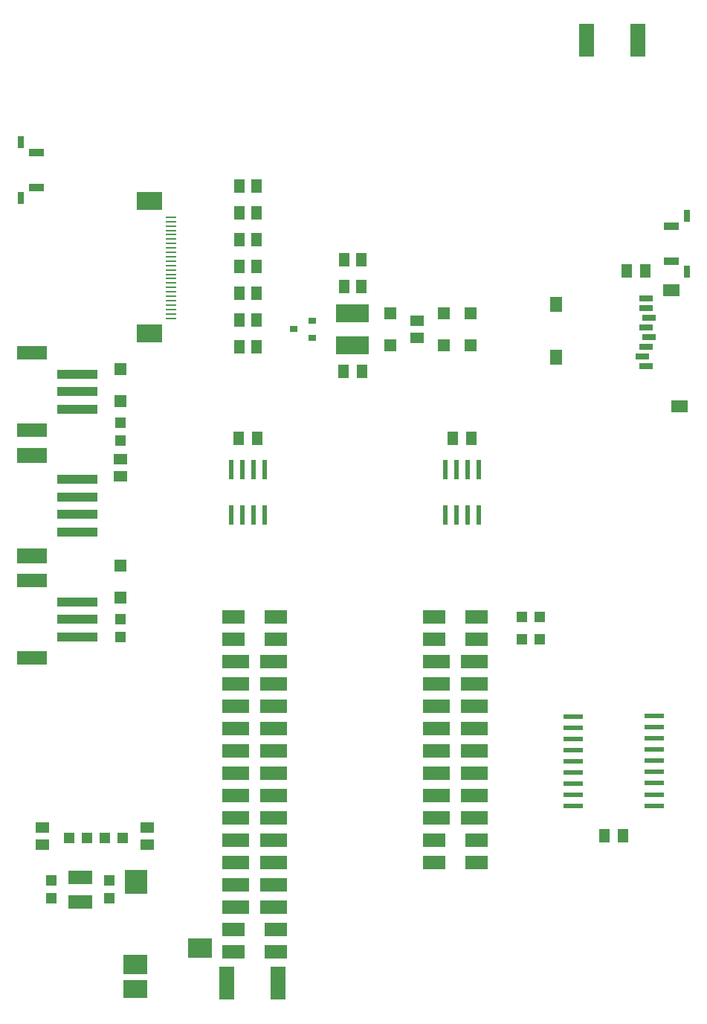
<source format=gbr>
G04 EAGLE Gerber RS-274X export*
G75*
%MOMM*%
%FSLAX34Y34*%
%LPD*%
%INSolderpaste Bottom*%
%IPPOS*%
%AMOC8*
5,1,8,0,0,1.08239X$1,22.5*%
G01*
%ADD10R,1.250000X0.275000*%
%ADD11R,3.000000X2.000000*%
%ADD12R,2.540000X1.524000*%
%ADD13R,3.048000X1.524000*%
%ADD14R,1.900000X1.400000*%
%ADD15R,1.400000X1.800000*%
%ADD16R,1.500000X0.700000*%
%ADD17R,1.240000X1.500000*%
%ADD18R,4.600000X1.000000*%
%ADD19R,3.400000X1.700000*%
%ADD20R,1.500000X1.240000*%
%ADD21R,3.400000X1.600000*%
%ADD22R,1.300000X1.200000*%
%ADD23R,1.400000X1.400000*%
%ADD24R,2.700000X1.600000*%
%ADD25R,1.200000X1.300000*%
%ADD26R,1.200000X1.500000*%
%ADD27R,0.900000X0.800000*%
%ADD28R,1.778000X0.900000*%
%ADD29R,0.800000X1.450000*%
%ADD30R,1.500000X1.300000*%
%ADD31R,2.200000X0.600000*%
%ADD32R,0.600000X2.200000*%
%ADD33R,2.800000X2.000000*%
%ADD34R,2.600000X2.800000*%
%ADD35R,2.800000X2.200000*%
%ADD36R,1.700000X3.700000*%
%ADD37R,3.700000X2.000000*%


D10*
X176532Y899634D03*
X176532Y894634D03*
X176532Y889634D03*
X176532Y884634D03*
X176532Y879634D03*
X176532Y874634D03*
X176532Y869634D03*
X176532Y864634D03*
X176532Y859634D03*
X176532Y854634D03*
X176532Y849634D03*
X176532Y844634D03*
X176532Y839634D03*
X176532Y834634D03*
X176532Y829634D03*
X176532Y824634D03*
X176532Y819634D03*
X176532Y814634D03*
X176532Y809634D03*
X176532Y804634D03*
X176532Y799634D03*
X176532Y794634D03*
X176532Y789634D03*
X176532Y784634D03*
D11*
X151932Y918134D03*
X151932Y767034D03*
D12*
X295910Y63500D03*
X247650Y63500D03*
X295910Y88900D03*
X247650Y88900D03*
D13*
X293370Y114300D03*
X250190Y114300D03*
X293370Y139700D03*
X250190Y139700D03*
X293370Y165100D03*
X250190Y165100D03*
X293370Y190500D03*
X250190Y190500D03*
X293370Y215900D03*
X250190Y215900D03*
X293370Y241300D03*
X250190Y241300D03*
X293370Y266700D03*
X250190Y266700D03*
X293370Y292100D03*
X250190Y292100D03*
X293370Y317500D03*
X250190Y317500D03*
X293370Y342900D03*
X250190Y342900D03*
X293370Y368300D03*
X250190Y368300D03*
X293370Y393700D03*
X250190Y393700D03*
D12*
X295910Y419100D03*
X247650Y419100D03*
X295910Y444500D03*
X247650Y444500D03*
X476250Y444500D03*
X524510Y444500D03*
X476250Y419100D03*
X524510Y419100D03*
D13*
X478790Y393700D03*
X521970Y393700D03*
X478790Y368300D03*
X521970Y368300D03*
X478790Y342900D03*
X521970Y342900D03*
X478790Y317500D03*
X521970Y317500D03*
X478790Y292100D03*
X521970Y292100D03*
X478790Y266700D03*
X521970Y266700D03*
X478790Y241300D03*
X521970Y241300D03*
X478790Y215900D03*
X521970Y215900D03*
D12*
X476250Y190500D03*
X524510Y190500D03*
X476250Y165100D03*
X524510Y165100D03*
D14*
X746270Y816420D03*
X755270Y684420D03*
D15*
X615270Y800420D03*
X615270Y740420D03*
D16*
X717270Y807420D03*
X717270Y796420D03*
X721270Y785420D03*
X717270Y774420D03*
X721270Y763420D03*
X717270Y752420D03*
X713270Y741420D03*
X717270Y730420D03*
D17*
X273660Y782320D03*
X254660Y782320D03*
X273660Y812800D03*
X254660Y812800D03*
X273660Y751840D03*
X254660Y751840D03*
X273660Y843280D03*
X254660Y843280D03*
X273660Y873760D03*
X254660Y873760D03*
X273660Y904240D03*
X254660Y904240D03*
X273660Y934720D03*
X254660Y934720D03*
D18*
X70020Y601500D03*
X70020Y581500D03*
D19*
X18020Y628500D03*
X18020Y514500D03*
D18*
X70020Y561500D03*
X70020Y541500D03*
D20*
X119380Y605180D03*
X119380Y624180D03*
D18*
X70180Y461960D03*
X70180Y441960D03*
D21*
X18180Y485960D03*
X18180Y397960D03*
D18*
X70180Y421960D03*
D22*
X119380Y421640D03*
X119380Y441960D03*
D23*
X119380Y503640D03*
X119380Y466640D03*
D24*
X73660Y148620D03*
X73660Y120620D03*
D22*
X40640Y124460D03*
X40640Y144780D03*
X106680Y124460D03*
X106680Y144780D03*
D25*
X121920Y193040D03*
X101600Y193040D03*
X81280Y193040D03*
X60960Y193040D03*
D17*
X393040Y820420D03*
X374040Y820420D03*
X393040Y850900D03*
X374040Y850900D03*
D23*
X518160Y790660D03*
X518160Y753660D03*
X487680Y790660D03*
X487680Y753660D03*
D20*
X457200Y762660D03*
X457200Y781660D03*
D23*
X426720Y790660D03*
X426720Y753660D03*
D26*
X394040Y723900D03*
X373040Y723900D03*
D27*
X337660Y781660D03*
X337660Y762660D03*
X316660Y772160D03*
D28*
X22956Y933400D03*
X22956Y973400D03*
D29*
X5416Y921900D03*
X5416Y984900D03*
D25*
X596900Y419100D03*
X576580Y419100D03*
X596900Y444500D03*
X576580Y444500D03*
D30*
X30480Y205080D03*
X30480Y186080D03*
X149860Y186080D03*
X149860Y205080D03*
D18*
X70180Y721040D03*
X70180Y701040D03*
D21*
X18180Y745040D03*
X18180Y657040D03*
D18*
X70180Y681040D03*
D22*
X119380Y645160D03*
X119380Y665480D03*
D23*
X119380Y727160D03*
X119380Y690160D03*
D31*
X634720Y242570D03*
X726720Y293970D03*
X634720Y229870D03*
X634720Y255270D03*
X634720Y267970D03*
X726720Y281270D03*
X726720Y306670D03*
X726720Y319370D03*
X634720Y293370D03*
X634720Y280670D03*
X634720Y306070D03*
X634720Y318770D03*
X726720Y268570D03*
X726720Y255870D03*
X726720Y242870D03*
X726720Y229870D03*
X634720Y331470D03*
X726720Y332070D03*
D32*
X270510Y560740D03*
X270510Y612740D03*
X283210Y560740D03*
X257810Y560740D03*
X245110Y560740D03*
X283210Y612740D03*
X257810Y612740D03*
X245110Y612740D03*
D26*
X274660Y647700D03*
X253660Y647700D03*
X716620Y838200D03*
X695620Y838200D03*
X691220Y195580D03*
X670220Y195580D03*
D32*
X527050Y560740D03*
X514350Y560740D03*
X501650Y560740D03*
X488950Y560740D03*
X488950Y612740D03*
X501650Y612740D03*
X514350Y612740D03*
X527050Y612740D03*
D26*
X518500Y647700D03*
X497500Y647700D03*
D28*
X746664Y889558D03*
X746664Y849558D03*
D29*
X764204Y901058D03*
X764204Y838058D03*
D33*
X135720Y21210D03*
D34*
X136720Y143210D03*
D35*
X209720Y68210D03*
X135720Y49210D03*
D36*
X298740Y27940D03*
X239740Y27940D03*
X649442Y1100582D03*
X708442Y1100582D03*
D37*
X383540Y790160D03*
X383540Y754160D03*
M02*

</source>
